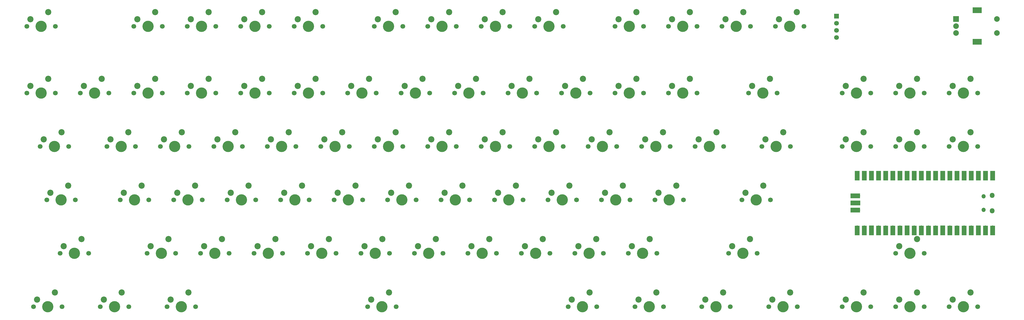
<source format=gbr>
%TF.GenerationSoftware,KiCad,Pcbnew,9.0.6*%
%TF.CreationDate,2025-12-30T21:58:58-08:00*%
%TF.ProjectId,keyboard,6b657962-6f61-4726-942e-6b696361645f,rev?*%
%TF.SameCoordinates,Original*%
%TF.FileFunction,Soldermask,Bot*%
%TF.FilePolarity,Negative*%
%FSLAX46Y46*%
G04 Gerber Fmt 4.6, Leading zero omitted, Abs format (unit mm)*
G04 Created by KiCad (PCBNEW 9.0.6) date 2025-12-30 21:58:58*
%MOMM*%
%LPD*%
G01*
G04 APERTURE LIST*
%ADD10C,1.700000*%
%ADD11C,4.000000*%
%ADD12C,2.200000*%
%ADD13R,1.700000X1.700000*%
%ADD14R,2.000000X2.000000*%
%ADD15C,2.000000*%
%ADD16R,3.200000X2.000000*%
%ADD17O,1.800000X1.800000*%
%ADD18O,1.500000X1.500000*%
%ADD19O,1.700000X1.700000*%
%ADD20R,1.700000X3.500000*%
%ADD21R,3.500000X1.700000*%
G04 APERTURE END LIST*
D10*
%TO.C,n3*%
X73501250Y-45243750D03*
D11*
X78581250Y-45243750D03*
D10*
X83661250Y-45243750D03*
D12*
X81121250Y-40163750D03*
X74771250Y-42703750D03*
%TD*%
D10*
%TO.C,U2*%
X159226250Y-64293750D03*
D11*
X164306250Y-64293750D03*
D10*
X169386250Y-64293750D03*
D12*
X166846250Y-59213750D03*
X160496250Y-61753750D03*
%TD*%
D10*
%TO.C,L1*%
X202088750Y-83343750D03*
D11*
X207168750Y-83343750D03*
D10*
X212248750Y-83343750D03*
D12*
X209708750Y-78263750D03*
X203358750Y-80803750D03*
%TD*%
D10*
%TO.C,F8*%
X197326250Y-21431250D03*
D11*
X202406250Y-21431250D03*
D10*
X207486250Y-21431250D03*
D12*
X204946250Y-16351250D03*
X198596250Y-18891250D03*
%TD*%
D10*
%TO.C,n0*%
X206851250Y-45243750D03*
D11*
X211931250Y-45243750D03*
D10*
X217011250Y-45243750D03*
D12*
X214471250Y-40163750D03*
X208121250Y-42703750D03*
%TD*%
D10*
%TO.C,RARROW1*%
X344963750Y-121443750D03*
D11*
X350043750Y-121443750D03*
D10*
X355123750Y-121443750D03*
D12*
X352583750Y-116363750D03*
X346233750Y-118903750D03*
%TD*%
D10*
%TO.C,OBRACKET1*%
X235426250Y-64293750D03*
D11*
X240506250Y-64293750D03*
D10*
X245586250Y-64293750D03*
D12*
X243046250Y-59213750D03*
X236696250Y-61753750D03*
%TD*%
D10*
%TO.C,F5*%
X140176250Y-21431250D03*
D11*
X145256250Y-21431250D03*
D10*
X150336250Y-21431250D03*
D12*
X147796250Y-16351250D03*
X141446250Y-18891250D03*
%TD*%
D10*
%TO.C,S1*%
X68738750Y-83343750D03*
D11*
X73818750Y-83343750D03*
D10*
X78898750Y-83343750D03*
D12*
X76358750Y-78263750D03*
X70008750Y-80803750D03*
%TD*%
D10*
%TO.C,n7*%
X149701250Y-45243750D03*
D11*
X154781250Y-45243750D03*
D10*
X159861250Y-45243750D03*
D12*
X157321250Y-40163750D03*
X150971250Y-42703750D03*
%TD*%
D10*
%TO.C,PGUP1*%
X344963750Y-45243750D03*
D11*
X350043750Y-45243750D03*
D10*
X355123750Y-45243750D03*
D12*
X352583750Y-40163750D03*
X346233750Y-42703750D03*
%TD*%
D10*
%TO.C,rSHIFT1*%
X266382500Y-102393750D03*
D11*
X271462500Y-102393750D03*
D10*
X276542500Y-102393750D03*
D12*
X274002500Y-97313750D03*
X267652500Y-99853750D03*
%TD*%
D10*
%TO.C,E1*%
X83026250Y-64293750D03*
D11*
X88106250Y-64293750D03*
D10*
X93186250Y-64293750D03*
D12*
X90646250Y-59213750D03*
X84296250Y-61753750D03*
%TD*%
D10*
%TO.C,P1*%
X216376250Y-64293750D03*
D11*
X221456250Y-64293750D03*
D10*
X226536250Y-64293750D03*
D12*
X223996250Y-59213750D03*
X217646250Y-61753750D03*
%TD*%
D10*
%TO.C,D67*%
X87788750Y-83343750D03*
D11*
X92868750Y-83343750D03*
D10*
X97948750Y-83343750D03*
D12*
X95408750Y-78263750D03*
X89058750Y-80803750D03*
%TD*%
D10*
%TO.C,F10*%
X244951250Y-21431250D03*
D11*
X250031250Y-21431250D03*
D10*
X255111250Y-21431250D03*
D12*
X252571250Y-16351250D03*
X246221250Y-18891250D03*
%TD*%
D10*
%TO.C,CAPS1*%
X23495000Y-83343750D03*
D11*
X28575000Y-83343750D03*
D10*
X33655000Y-83343750D03*
D12*
X31115000Y-78263750D03*
X24765000Y-80803750D03*
%TD*%
D10*
%TO.C,BSLASH1*%
X278288750Y-64293750D03*
D11*
X283368750Y-64293750D03*
D10*
X288448750Y-64293750D03*
D12*
X285908750Y-59213750D03*
X279558750Y-61753750D03*
%TD*%
D13*
%TO.C,OLED DISPLAY1*%
X304800000Y-17780000D03*
D10*
X304800000Y-20320000D03*
X304800000Y-22860000D03*
X304800000Y-25400000D03*
%TD*%
%TO.C,rCTRL1*%
X280670000Y-121443750D03*
D11*
X285750000Y-121443750D03*
D10*
X290830000Y-121443750D03*
D12*
X288290000Y-116363750D03*
X281940000Y-118903750D03*
%TD*%
D10*
%TO.C,W1*%
X63976250Y-64293750D03*
D11*
X69056250Y-64293750D03*
D10*
X74136250Y-64293750D03*
D12*
X71596250Y-59213750D03*
X65246250Y-61753750D03*
%TD*%
D10*
%TO.C,F3*%
X92551250Y-21431250D03*
D11*
X97631250Y-21431250D03*
D10*
X102711250Y-21431250D03*
D12*
X100171250Y-16351250D03*
X93821250Y-18891250D03*
%TD*%
D10*
%TO.C,PLUS1*%
X244951250Y-45243750D03*
D11*
X250031250Y-45243750D03*
D10*
X255111250Y-45243750D03*
D12*
X252571250Y-40163750D03*
X246221250Y-42703750D03*
%TD*%
D10*
%TO.C,TAB1*%
X21113750Y-64293750D03*
D11*
X26193750Y-64293750D03*
D10*
X31273750Y-64293750D03*
D12*
X28733750Y-59213750D03*
X22383750Y-61753750D03*
%TD*%
D10*
%TO.C,J1*%
X163988750Y-83343750D03*
D11*
X169068750Y-83343750D03*
D10*
X174148750Y-83343750D03*
D12*
X171608750Y-78263750D03*
X165258750Y-80803750D03*
%TD*%
D10*
%TO.C,TILDE1*%
X16351250Y-45243750D03*
D11*
X21431250Y-45243750D03*
D10*
X26511250Y-45243750D03*
D12*
X23971250Y-40163750D03*
X17621250Y-42703750D03*
%TD*%
D10*
%TO.C,n1*%
X35401250Y-45243750D03*
D11*
X40481250Y-45243750D03*
D10*
X45561250Y-45243750D03*
D12*
X43021250Y-40163750D03*
X36671250Y-42703750D03*
%TD*%
D10*
%TO.C,X1*%
X78263750Y-102393750D03*
D11*
X83343750Y-102393750D03*
D10*
X88423750Y-102393750D03*
D12*
X85883750Y-97313750D03*
X79533750Y-99853750D03*
%TD*%
D10*
%TO.C,n5*%
X111601250Y-45243750D03*
D11*
X116681250Y-45243750D03*
D10*
X121761250Y-45243750D03*
D12*
X119221250Y-40163750D03*
X112871250Y-42703750D03*
%TD*%
D10*
%TO.C,DARROW1*%
X325913750Y-121443750D03*
D11*
X330993750Y-121443750D03*
D10*
X336073750Y-121443750D03*
D12*
X333533750Y-116363750D03*
X327183750Y-118903750D03*
%TD*%
D10*
%TO.C,Q1*%
X44926250Y-64293750D03*
D11*
X50006250Y-64293750D03*
D10*
X55086250Y-64293750D03*
D12*
X52546250Y-59213750D03*
X46196250Y-61753750D03*
%TD*%
D10*
%TO.C,F7*%
X178276250Y-21431250D03*
D11*
X183356250Y-21431250D03*
D10*
X188436250Y-21431250D03*
D12*
X185896250Y-16351250D03*
X179546250Y-18891250D03*
%TD*%
D10*
%TO.C,F13*%
X106838750Y-83343750D03*
D11*
X111918750Y-83343750D03*
D10*
X116998750Y-83343750D03*
D12*
X114458750Y-78263750D03*
X108108750Y-80803750D03*
%TD*%
D10*
%TO.C,rWIN1*%
X233045000Y-121443750D03*
D11*
X238125000Y-121443750D03*
D10*
X243205000Y-121443750D03*
D12*
X240665000Y-116363750D03*
X234315000Y-118903750D03*
%TD*%
D10*
%TO.C,SHIFT1*%
X28257500Y-102393750D03*
D11*
X33337500Y-102393750D03*
D10*
X38417500Y-102393750D03*
D12*
X35877500Y-97313750D03*
X29527500Y-99853750D03*
%TD*%
D10*
%TO.C,A1*%
X49688750Y-83343750D03*
D11*
X54768750Y-83343750D03*
D10*
X59848750Y-83343750D03*
D12*
X57308750Y-78263750D03*
X50958750Y-80803750D03*
%TD*%
D10*
%TO.C,CTRL1*%
X18732500Y-121443750D03*
D11*
X23812500Y-121443750D03*
D10*
X28892500Y-121443750D03*
D12*
X26352500Y-116363750D03*
X20002500Y-118903750D03*
%TD*%
D10*
%TO.C,Z1*%
X59213750Y-102393750D03*
D11*
X64293750Y-102393750D03*
D10*
X69373750Y-102393750D03*
D12*
X66833750Y-97313750D03*
X60483750Y-99853750D03*
%TD*%
D10*
%TO.C,F9*%
X225901250Y-21431250D03*
D11*
X230981250Y-21431250D03*
D10*
X236061250Y-21431250D03*
D12*
X233521250Y-16351250D03*
X227171250Y-18891250D03*
%TD*%
D10*
%TO.C,CBRACKET1*%
X254476250Y-64293750D03*
D11*
X259556250Y-64293750D03*
D10*
X264636250Y-64293750D03*
D12*
X262096250Y-59213750D03*
X255746250Y-61753750D03*
%TD*%
D10*
%TO.C,F11*%
X264001250Y-21431250D03*
D11*
X269081250Y-21431250D03*
D10*
X274161250Y-21431250D03*
D12*
X271621250Y-16351250D03*
X265271250Y-18891250D03*
%TD*%
D10*
%TO.C,COLON1*%
X221138750Y-83343750D03*
D11*
X226218750Y-83343750D03*
D10*
X231298750Y-83343750D03*
D12*
X228758750Y-78263750D03*
X222408750Y-80803750D03*
%TD*%
D10*
%TO.C,ENTER1*%
X271145000Y-83343750D03*
D11*
X276225000Y-83343750D03*
D10*
X281305000Y-83343750D03*
D12*
X278765000Y-78263750D03*
X272415000Y-80803750D03*
%TD*%
D10*
%TO.C,F6*%
X159226250Y-21431250D03*
D11*
X164306250Y-21431250D03*
D10*
X169386250Y-21431250D03*
D12*
X166846250Y-16351250D03*
X160496250Y-18891250D03*
%TD*%
D10*
%TO.C,F2*%
X73501250Y-21431250D03*
D11*
X78581250Y-21431250D03*
D10*
X83661250Y-21431250D03*
D12*
X81121250Y-16351250D03*
X74771250Y-18891250D03*
%TD*%
D10*
%TO.C,COMMA1*%
X192563750Y-102393750D03*
D11*
X197643750Y-102393750D03*
D10*
X202723750Y-102393750D03*
D12*
X200183750Y-97313750D03*
X193833750Y-99853750D03*
%TD*%
D10*
%TO.C,O1*%
X197326250Y-64293750D03*
D11*
X202406250Y-64293750D03*
D10*
X207486250Y-64293750D03*
D12*
X204946250Y-59213750D03*
X198596250Y-61753750D03*
%TD*%
D10*
%TO.C,R1*%
X102076250Y-64293750D03*
D11*
X107156250Y-64293750D03*
D10*
X112236250Y-64293750D03*
D12*
X109696250Y-59213750D03*
X103346250Y-61753750D03*
%TD*%
D10*
%TO.C,QUOTE1*%
X240188750Y-83343750D03*
D11*
X245268750Y-83343750D03*
D10*
X250348750Y-83343750D03*
D12*
X247808750Y-78263750D03*
X241458750Y-80803750D03*
%TD*%
D10*
%TO.C,n9*%
X187801250Y-45243750D03*
D11*
X192881250Y-45243750D03*
D10*
X197961250Y-45243750D03*
D12*
X195421250Y-40163750D03*
X189071250Y-42703750D03*
%TD*%
D10*
%TO.C,BACKSPACE1*%
X273526250Y-45243750D03*
D11*
X278606250Y-45243750D03*
D10*
X283686250Y-45243750D03*
D12*
X281146250Y-40163750D03*
X274796250Y-42703750D03*
%TD*%
D10*
%TO.C,rALT1*%
X209232500Y-121443750D03*
D11*
X214312500Y-121443750D03*
D10*
X219392500Y-121443750D03*
D12*
X216852500Y-116363750D03*
X210502500Y-118903750D03*
%TD*%
D10*
%TO.C,T1*%
X121126250Y-64293750D03*
D11*
X126206250Y-64293750D03*
D10*
X131286250Y-64293750D03*
D12*
X128746250Y-59213750D03*
X122396250Y-61753750D03*
%TD*%
D10*
%TO.C,ALT1*%
X66357500Y-121443750D03*
D11*
X71437500Y-121443750D03*
D10*
X76517500Y-121443750D03*
D12*
X73977500Y-116363750D03*
X67627500Y-118903750D03*
%TD*%
D10*
%TO.C,DEL1*%
X306863750Y-64293750D03*
D11*
X311943750Y-64293750D03*
D10*
X317023750Y-64293750D03*
D12*
X314483750Y-59213750D03*
X308133750Y-61753750D03*
%TD*%
D10*
%TO.C,C1*%
X97313750Y-102393750D03*
D11*
X102393750Y-102393750D03*
D10*
X107473750Y-102393750D03*
D12*
X104933750Y-97313750D03*
X98583750Y-99853750D03*
%TD*%
D10*
%TO.C,I1*%
X178276250Y-64293750D03*
D11*
X183356250Y-64293750D03*
D10*
X188436250Y-64293750D03*
D12*
X185896250Y-59213750D03*
X179546250Y-61753750D03*
%TD*%
D10*
%TO.C,WIN1*%
X42545000Y-121443750D03*
D11*
X47625000Y-121443750D03*
D10*
X52705000Y-121443750D03*
D12*
X50165000Y-116363750D03*
X43815000Y-118903750D03*
%TD*%
D10*
%TO.C,MACRO1*%
X256857500Y-121443750D03*
D11*
X261937500Y-121443750D03*
D10*
X267017500Y-121443750D03*
D12*
X264477500Y-116363750D03*
X258127500Y-118903750D03*
%TD*%
D10*
%TO.C,PGDN1*%
X344963750Y-64293750D03*
D11*
X350043750Y-64293750D03*
D10*
X355123750Y-64293750D03*
D12*
X352583750Y-59213750D03*
X346233750Y-61753750D03*
%TD*%
D10*
%TO.C,n2*%
X54451250Y-45243750D03*
D11*
X59531250Y-45243750D03*
D10*
X64611250Y-45243750D03*
D12*
X62071250Y-40163750D03*
X55721250Y-42703750D03*
%TD*%
D10*
%TO.C,N10*%
X154463750Y-102393750D03*
D11*
X159543750Y-102393750D03*
D10*
X164623750Y-102393750D03*
D12*
X162083750Y-97313750D03*
X155733750Y-99853750D03*
%TD*%
D10*
%TO.C,LARROW1*%
X306863750Y-121443750D03*
D11*
X311943750Y-121443750D03*
D10*
X317023750Y-121443750D03*
D12*
X314483750Y-116363750D03*
X308133750Y-118903750D03*
%TD*%
D10*
%TO.C,MINUS1*%
X225901250Y-45243750D03*
D11*
X230981250Y-45243750D03*
D10*
X236061250Y-45243750D03*
D12*
X233521250Y-40163750D03*
X227171250Y-42703750D03*
%TD*%
D10*
%TO.C,SLASH1*%
X230663750Y-102393750D03*
D11*
X235743750Y-102393750D03*
D10*
X240823750Y-102393750D03*
D12*
X238283750Y-97313750D03*
X231933750Y-99853750D03*
%TD*%
D10*
%TO.C,END1*%
X325913750Y-64293750D03*
D11*
X330993750Y-64293750D03*
D10*
X336073750Y-64293750D03*
D12*
X333533750Y-59213750D03*
X327183750Y-61753750D03*
%TD*%
D10*
%TO.C,ESC1*%
X16351250Y-21431250D03*
D11*
X21431250Y-21431250D03*
D10*
X26511250Y-21431250D03*
D12*
X23971250Y-16351250D03*
X17621250Y-18891250D03*
%TD*%
D10*
%TO.C,F12*%
X283051250Y-21431250D03*
D11*
X288131250Y-21431250D03*
D10*
X293211250Y-21431250D03*
D12*
X290671250Y-16351250D03*
X284321250Y-18891250D03*
%TD*%
D10*
%TO.C,n6*%
X130651250Y-45243750D03*
D11*
X135731250Y-45243750D03*
D10*
X140811250Y-45243750D03*
D12*
X138271250Y-40163750D03*
X131921250Y-42703750D03*
%TD*%
D10*
%TO.C,INS1*%
X306863750Y-45243750D03*
D11*
X311943750Y-45243750D03*
D10*
X317023750Y-45243750D03*
D12*
X314483750Y-40163750D03*
X308133750Y-42703750D03*
%TD*%
D10*
%TO.C,H1*%
X144938750Y-83343750D03*
D11*
X150018750Y-83343750D03*
D10*
X155098750Y-83343750D03*
D12*
X152558750Y-78263750D03*
X146208750Y-80803750D03*
%TD*%
D14*
%TO.C,SW1*%
X347450000Y-18812500D03*
D15*
X347450000Y-23812500D03*
X347450000Y-21312500D03*
D16*
X354950000Y-15712500D03*
X354950000Y-26912500D03*
D15*
X361950000Y-23812500D03*
X361950000Y-18812500D03*
%TD*%
D10*
%TO.C,Y1*%
X140176250Y-64293750D03*
D11*
X145256250Y-64293750D03*
D10*
X150336250Y-64293750D03*
D12*
X147796250Y-59213750D03*
X141446250Y-61753750D03*
%TD*%
D10*
%TO.C,M1*%
X173513750Y-102393750D03*
D11*
X178593750Y-102393750D03*
D10*
X183673750Y-102393750D03*
D12*
X181133750Y-97313750D03*
X174783750Y-99853750D03*
%TD*%
D10*
%TO.C,K1*%
X183038750Y-83343750D03*
D11*
X188118750Y-83343750D03*
D10*
X193198750Y-83343750D03*
D12*
X190658750Y-78263750D03*
X184308750Y-80803750D03*
%TD*%
D10*
%TO.C,F1*%
X54451250Y-21431250D03*
D11*
X59531250Y-21431250D03*
D10*
X64611250Y-21431250D03*
D12*
X62071250Y-16351250D03*
X55721250Y-18891250D03*
%TD*%
D10*
%TO.C,n8*%
X168751250Y-45243750D03*
D11*
X173831250Y-45243750D03*
D10*
X178911250Y-45243750D03*
D12*
X176371250Y-40163750D03*
X170021250Y-42703750D03*
%TD*%
D10*
%TO.C,V1*%
X116363750Y-102393750D03*
D11*
X121443750Y-102393750D03*
D10*
X126523750Y-102393750D03*
D12*
X123983750Y-97313750D03*
X117633750Y-99853750D03*
%TD*%
D10*
%TO.C,B1*%
X135413750Y-102393750D03*
D11*
X140493750Y-102393750D03*
D10*
X145573750Y-102393750D03*
D12*
X143033750Y-97313750D03*
X136683750Y-99853750D03*
%TD*%
D10*
%TO.C,SPACE1*%
X137795000Y-121443750D03*
D11*
X142875000Y-121443750D03*
D10*
X147955000Y-121443750D03*
D12*
X145415000Y-116363750D03*
X139065000Y-118903750D03*
%TD*%
D10*
%TO.C,HOME1*%
X325913750Y-45243750D03*
D11*
X330993750Y-45243750D03*
D10*
X336073750Y-45243750D03*
D12*
X333533750Y-40163750D03*
X327183750Y-42703750D03*
%TD*%
D10*
%TO.C,UARROW1*%
X325913750Y-102393750D03*
D11*
X330993750Y-102393750D03*
D10*
X336073750Y-102393750D03*
D12*
X333533750Y-97313750D03*
X327183750Y-99853750D03*
%TD*%
D10*
%TO.C,n4*%
X92551250Y-45243750D03*
D11*
X97631250Y-45243750D03*
D10*
X102711250Y-45243750D03*
D12*
X100171250Y-40163750D03*
X93821250Y-42703750D03*
%TD*%
D10*
%TO.C,F4*%
X111601250Y-21431250D03*
D11*
X116681250Y-21431250D03*
D10*
X121761250Y-21431250D03*
D12*
X119221250Y-16351250D03*
X112871250Y-18891250D03*
%TD*%
D10*
%TO.C,PERIOD1*%
X211613750Y-102393750D03*
D11*
X216693750Y-102393750D03*
D10*
X221773750Y-102393750D03*
D12*
X219233750Y-97313750D03*
X212883750Y-99853750D03*
%TD*%
D10*
%TO.C,G1*%
X125888750Y-83343750D03*
D11*
X130968750Y-83343750D03*
D10*
X136048750Y-83343750D03*
D12*
X133508750Y-78263750D03*
X127158750Y-80803750D03*
%TD*%
D17*
%TO.C,U1*%
X360320000Y-87180000D03*
D18*
X357290000Y-86880000D03*
X357290000Y-82030000D03*
D17*
X360320000Y-81730000D03*
D19*
X360450000Y-93345000D03*
D20*
X360450000Y-94245000D03*
D19*
X357910000Y-93345000D03*
D20*
X357910000Y-94245000D03*
D13*
X355370000Y-93345000D03*
D20*
X355370000Y-94245000D03*
D19*
X352830000Y-93345000D03*
D20*
X352830000Y-94245000D03*
D19*
X350290000Y-93345000D03*
D20*
X350290000Y-94245000D03*
D19*
X347750000Y-93345000D03*
D20*
X347750000Y-94245000D03*
D19*
X345210000Y-93345000D03*
D20*
X345210000Y-94245000D03*
D13*
X342670000Y-93345000D03*
D20*
X342670000Y-94245000D03*
D19*
X340130000Y-93345000D03*
D20*
X340130000Y-94245000D03*
D19*
X337590000Y-93345000D03*
D20*
X337590000Y-94245000D03*
D19*
X335050000Y-93345000D03*
D20*
X335050000Y-94245000D03*
D19*
X332510000Y-93345000D03*
D20*
X332510000Y-94245000D03*
D13*
X329970000Y-93345000D03*
D20*
X329970000Y-94245000D03*
D19*
X327430000Y-93345000D03*
D20*
X327430000Y-94245000D03*
D19*
X324890000Y-93345000D03*
D20*
X324890000Y-94245000D03*
D19*
X322350000Y-93345000D03*
D20*
X322350000Y-94245000D03*
D19*
X319810000Y-93345000D03*
D20*
X319810000Y-94245000D03*
D13*
X317270000Y-93345000D03*
D20*
X317270000Y-94245000D03*
D19*
X314730000Y-93345000D03*
D20*
X314730000Y-94245000D03*
D19*
X312190000Y-93345000D03*
D20*
X312190000Y-94245000D03*
D19*
X312190000Y-75565000D03*
D20*
X312190000Y-74665000D03*
D19*
X314730000Y-75565000D03*
D20*
X314730000Y-74665000D03*
D13*
X317270000Y-75565000D03*
D20*
X317270000Y-74665000D03*
D19*
X319810000Y-75565000D03*
D20*
X319810000Y-74665000D03*
D19*
X322350000Y-75565000D03*
D20*
X322350000Y-74665000D03*
D19*
X324890000Y-75565000D03*
D20*
X324890000Y-74665000D03*
D19*
X327430000Y-75565000D03*
D20*
X327430000Y-74665000D03*
D13*
X329970000Y-75565000D03*
D20*
X329970000Y-74665000D03*
D19*
X332510000Y-75565000D03*
D20*
X332510000Y-74665000D03*
D19*
X335050000Y-75565000D03*
D20*
X335050000Y-74665000D03*
D19*
X337590000Y-75565000D03*
D20*
X337590000Y-74665000D03*
D19*
X340130000Y-75565000D03*
D20*
X340130000Y-74665000D03*
D13*
X342670000Y-75565000D03*
D20*
X342670000Y-74665000D03*
D19*
X345210000Y-75565000D03*
D20*
X345210000Y-74665000D03*
D19*
X347750000Y-75565000D03*
D20*
X347750000Y-74665000D03*
D19*
X350290000Y-75565000D03*
D20*
X350290000Y-74665000D03*
D19*
X352830000Y-75565000D03*
D20*
X352830000Y-74665000D03*
D13*
X355370000Y-75565000D03*
D20*
X355370000Y-74665000D03*
D19*
X357910000Y-75565000D03*
D20*
X357910000Y-74665000D03*
D19*
X360450000Y-75565000D03*
D20*
X360450000Y-74665000D03*
D19*
X312420000Y-86995000D03*
D21*
X311520000Y-86995000D03*
D13*
X312420000Y-84455000D03*
D21*
X311520000Y-84455000D03*
D19*
X312420000Y-81915000D03*
D21*
X311520000Y-81915000D03*
%TD*%
M02*

</source>
